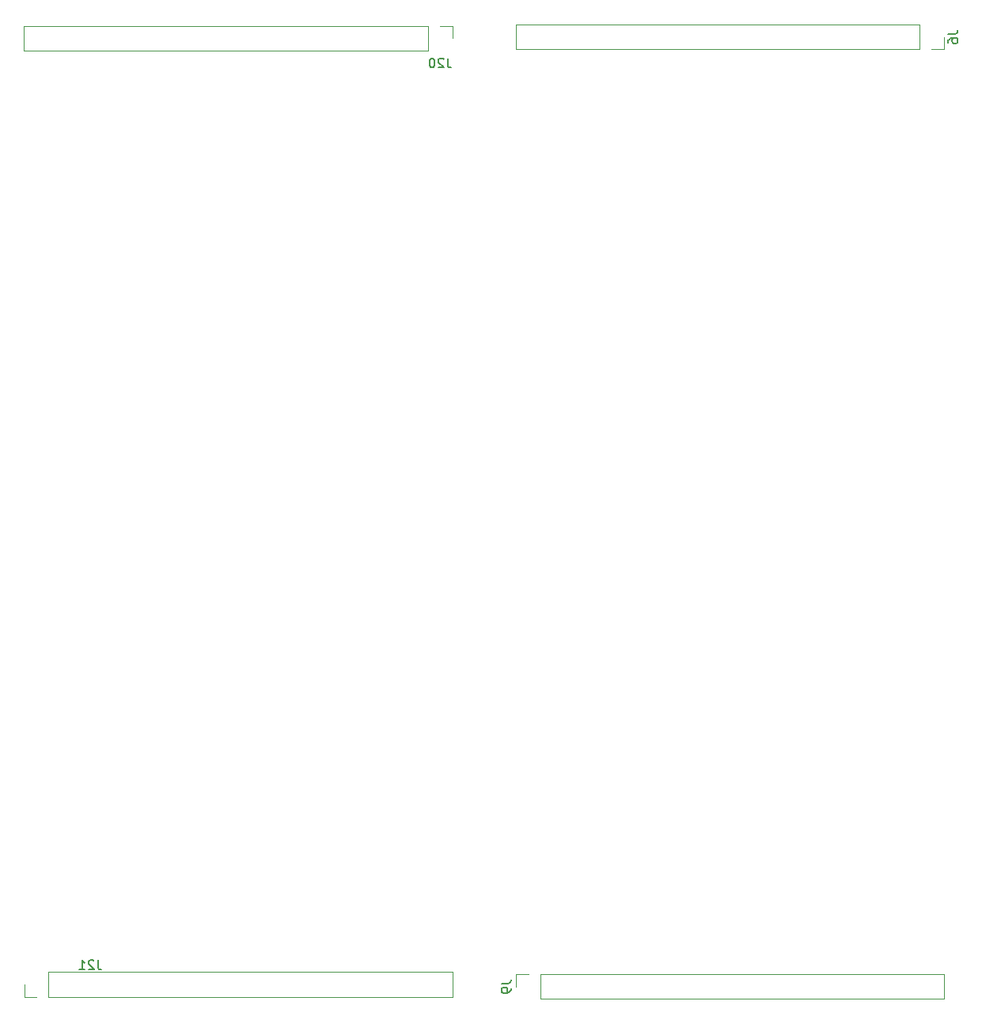
<source format=gbo>
%TF.GenerationSoftware,KiCad,Pcbnew,(6.0.0-0)*%
%TF.CreationDate,2022-09-18T01:10:03-04:00*%
%TF.ProjectId,daisy_hardware_v1,64616973-795f-4686-9172-64776172655f,rev?*%
%TF.SameCoordinates,Original*%
%TF.FileFunction,Legend,Bot*%
%TF.FilePolarity,Positive*%
%FSLAX46Y46*%
G04 Gerber Fmt 4.6, Leading zero omitted, Abs format (unit mm)*
G04 Created by KiCad (PCBNEW (6.0.0-0)) date 2022-09-18 01:10:03*
%MOMM*%
%LPD*%
G01*
G04 APERTURE LIST*
%ADD10C,0.150000*%
%ADD11C,0.120000*%
%ADD12O,2.216000X1.108000*%
%ADD13O,2.016000X1.008000*%
%ADD14R,1.700000X1.700000*%
%ADD15O,1.700000X1.700000*%
%ADD16C,3.240000*%
%ADD17R,1.800000X1.800000*%
%ADD18C,1.800000*%
%ADD19C,1.524000*%
%ADD20R,2.300000X1.500000*%
%ADD21O,2.300000X1.500000*%
G04 APERTURE END LIST*
D10*
%TO.C,J21*%
X45513523Y-373594380D02*
X45513523Y-374308666D01*
X45561142Y-374451523D01*
X45656380Y-374546761D01*
X45799238Y-374594380D01*
X45894476Y-374594380D01*
X45084952Y-373689619D02*
X45037333Y-373642000D01*
X44942095Y-373594380D01*
X44704000Y-373594380D01*
X44608761Y-373642000D01*
X44561142Y-373689619D01*
X44513523Y-373784857D01*
X44513523Y-373880095D01*
X44561142Y-374022952D01*
X45132571Y-374594380D01*
X44513523Y-374594380D01*
X43561142Y-374594380D02*
X44132571Y-374594380D01*
X43846857Y-374594380D02*
X43846857Y-373594380D01*
X43942095Y-373737238D01*
X44037333Y-373832476D01*
X44132571Y-373880095D01*
%TO.C,J20*%
X82950923Y-277093980D02*
X82950923Y-277808266D01*
X82998542Y-277951123D01*
X83093780Y-278046361D01*
X83236638Y-278093980D01*
X83331876Y-278093980D01*
X82522352Y-277189219D02*
X82474733Y-277141600D01*
X82379495Y-277093980D01*
X82141400Y-277093980D01*
X82046161Y-277141600D01*
X81998542Y-277189219D01*
X81950923Y-277284457D01*
X81950923Y-277379695D01*
X81998542Y-277522552D01*
X82569971Y-278093980D01*
X81950923Y-278093980D01*
X81331876Y-277093980D02*
X81236638Y-277093980D01*
X81141400Y-277141600D01*
X81093780Y-277189219D01*
X81046161Y-277284457D01*
X80998542Y-277474933D01*
X80998542Y-277713028D01*
X81046161Y-277903504D01*
X81093780Y-277998742D01*
X81141400Y-278046361D01*
X81236638Y-278093980D01*
X81331876Y-278093980D01*
X81427114Y-278046361D01*
X81474733Y-277998742D01*
X81522352Y-277903504D01*
X81569971Y-277713028D01*
X81569971Y-277474933D01*
X81522352Y-277284457D01*
X81474733Y-277189219D01*
X81427114Y-277141600D01*
X81331876Y-277093980D01*
%TO.C,J9*%
X88714780Y-376094666D02*
X89429066Y-376094666D01*
X89571923Y-376047047D01*
X89667161Y-375951809D01*
X89714780Y-375808952D01*
X89714780Y-375713714D01*
X89714780Y-376618476D02*
X89714780Y-376808952D01*
X89667161Y-376904190D01*
X89619542Y-376951809D01*
X89476685Y-377047047D01*
X89286209Y-377094666D01*
X88905257Y-377094666D01*
X88810019Y-377047047D01*
X88762400Y-376999428D01*
X88714780Y-376904190D01*
X88714780Y-376713714D01*
X88762400Y-376618476D01*
X88810019Y-376570857D01*
X88905257Y-376523238D01*
X89143352Y-376523238D01*
X89238590Y-376570857D01*
X89286209Y-376618476D01*
X89333828Y-376713714D01*
X89333828Y-376904190D01*
X89286209Y-376999428D01*
X89238590Y-377047047D01*
X89143352Y-377094666D01*
%TO.C,J6*%
X136524780Y-274494666D02*
X137239066Y-274494666D01*
X137381923Y-274447047D01*
X137477161Y-274351809D01*
X137524780Y-274208952D01*
X137524780Y-274113714D01*
X136524780Y-275399428D02*
X136524780Y-275208952D01*
X136572400Y-275113714D01*
X136620019Y-275066095D01*
X136762876Y-274970857D01*
X136953352Y-274923238D01*
X137334304Y-274923238D01*
X137429542Y-274970857D01*
X137477161Y-275018476D01*
X137524780Y-275113714D01*
X137524780Y-275304190D01*
X137477161Y-275399428D01*
X137429542Y-275447047D01*
X137334304Y-275494666D01*
X137096209Y-275494666D01*
X137000971Y-275447047D01*
X136953352Y-275399428D01*
X136905733Y-275304190D01*
X136905733Y-275113714D01*
X136953352Y-275018476D01*
X137000971Y-274970857D01*
X137096209Y-274923238D01*
D11*
%TO.C,J21*%
X40246400Y-374863600D02*
X40246400Y-377523600D01*
X83486400Y-374863600D02*
X83486400Y-377523600D01*
X40246400Y-374863600D02*
X83486400Y-374863600D01*
X37646400Y-377523600D02*
X38976400Y-377523600D01*
X40246400Y-377523600D02*
X83486400Y-377523600D01*
X37646400Y-376193600D02*
X37646400Y-377523600D01*
%TO.C,J20*%
X80856400Y-276305000D02*
X80856400Y-273645000D01*
X83456400Y-274975000D02*
X83456400Y-273645000D01*
X80856400Y-276305000D02*
X37616400Y-276305000D01*
X83456400Y-273645000D02*
X82126400Y-273645000D01*
X37616400Y-276305000D02*
X37616400Y-273645000D01*
X80856400Y-273645000D02*
X37616400Y-273645000D01*
%TO.C,J9*%
X92862400Y-375098000D02*
X92862400Y-377758000D01*
X91592400Y-375098000D02*
X90262400Y-375098000D01*
X92862400Y-377758000D02*
X136102400Y-377758000D01*
X92862400Y-375098000D02*
X136102400Y-375098000D01*
X90262400Y-375098000D02*
X90262400Y-376428000D01*
X136102400Y-375098000D02*
X136102400Y-377758000D01*
%TO.C,J6*%
X133472400Y-276158000D02*
X133472400Y-273498000D01*
X133472400Y-273498000D02*
X90232400Y-273498000D01*
X136072400Y-276158000D02*
X136072400Y-274828000D01*
X134742400Y-276158000D02*
X136072400Y-276158000D01*
X90232400Y-276158000D02*
X90232400Y-273498000D01*
X133472400Y-276158000D02*
X90232400Y-276158000D01*
%TD*%
%LPC*%
D12*
%TO.C,J13*%
X107870333Y-294079999D03*
X107870333Y-297179999D03*
D13*
X107870333Y-305479999D03*
%TD*%
D12*
%TO.C,J15*%
X118443666Y-278244000D03*
X118443666Y-281344000D03*
D13*
X118443666Y-289644000D03*
%TD*%
D14*
%TO.C,J1*%
X39820000Y-306960000D03*
D15*
X42360000Y-306960000D03*
X39820000Y-309500000D03*
X42360000Y-309500000D03*
X39820000Y-312040000D03*
X42360000Y-312040000D03*
X39820000Y-314580000D03*
X42360000Y-314580000D03*
X39820000Y-317120000D03*
X42360000Y-317120000D03*
X39820000Y-319660000D03*
X42360000Y-319660000D03*
X39820000Y-322200000D03*
X42360000Y-322200000D03*
X39820000Y-324740000D03*
X42360000Y-324740000D03*
%TD*%
D12*
%TO.C,J14*%
X107870333Y-309915998D03*
X107870333Y-313015998D03*
D13*
X107870333Y-321315998D03*
%TD*%
D16*
%TO.C,RV1*%
X135737000Y-285874000D03*
X126137000Y-285874000D03*
D17*
X133437000Y-278374000D03*
D18*
X130937000Y-278374000D03*
X128437000Y-278374000D03*
%TD*%
D17*
%TO.C,D1*%
X91960000Y-342900000D03*
D18*
X94500000Y-342900000D03*
%TD*%
D12*
%TO.C,J10*%
X119718666Y-347215000D03*
X119718666Y-350315000D03*
D13*
X119718666Y-358615000D03*
%TD*%
D16*
%TO.C,RV3*%
X100177000Y-317546000D03*
X90577000Y-317546000D03*
D17*
X97877000Y-310046000D03*
D18*
X95377000Y-310046000D03*
X92877000Y-310046000D03*
%TD*%
D16*
%TO.C,RV5*%
X100177000Y-301710000D03*
X90577000Y-301710000D03*
D17*
X97877000Y-294210000D03*
D18*
X95377000Y-294210000D03*
X92877000Y-294210000D03*
%TD*%
D12*
%TO.C,J3*%
X93980000Y-361312000D03*
X93980000Y-364412000D03*
D13*
X93980000Y-372712000D03*
%TD*%
D12*
%TO.C,J18*%
X107870333Y-325751998D03*
X107870333Y-328851998D03*
D13*
X107870333Y-337151998D03*
%TD*%
D16*
%TO.C,RV2*%
X135737000Y-301710000D03*
X126137000Y-301710000D03*
D17*
X133437000Y-294210000D03*
D18*
X130937000Y-294210000D03*
X128437000Y-294210000D03*
%TD*%
D12*
%TO.C,J12*%
X107870333Y-278244000D03*
X107870333Y-281344000D03*
D13*
X107870333Y-289644000D03*
%TD*%
D12*
%TO.C,J16*%
X118443666Y-294080000D03*
X118443666Y-297180000D03*
D13*
X118443666Y-305480000D03*
%TD*%
D12*
%TO.C,J17*%
X118443666Y-309916000D03*
X118443666Y-313016000D03*
D13*
X118443666Y-321316000D03*
%TD*%
D12*
%TO.C,J7*%
X93980000Y-347444500D03*
X93980000Y-350544500D03*
D13*
X93980000Y-358844500D03*
%TD*%
D12*
%TO.C,J4*%
X106849333Y-361312000D03*
X106849333Y-364412000D03*
D13*
X106849333Y-372712000D03*
%TD*%
D16*
%TO.C,RV4*%
X90577000Y-333382000D03*
X100177000Y-333382000D03*
D17*
X97877000Y-325882000D03*
D18*
X95377000Y-325882000D03*
X92877000Y-325882000D03*
%TD*%
D16*
%TO.C,RV7*%
X126137000Y-333382000D03*
X135737000Y-333382000D03*
D17*
X133437000Y-325882000D03*
D18*
X130937000Y-325882000D03*
X128437000Y-325882000D03*
%TD*%
D12*
%TO.C,J2*%
X119718666Y-361312000D03*
X119718666Y-364412000D03*
D13*
X119718666Y-372712000D03*
%TD*%
D19*
%TO.C,SW1*%
X99960000Y-342900000D03*
X102500000Y-342900000D03*
X105040000Y-342900000D03*
%TD*%
D12*
%TO.C,J19*%
X118443666Y-325752000D03*
X118443666Y-328852000D03*
D13*
X118443666Y-337152000D03*
%TD*%
D12*
%TO.C,J11*%
X132588000Y-347215000D03*
X132588000Y-350315000D03*
D13*
X132588000Y-358615000D03*
%TD*%
D16*
%TO.C,RV8*%
X100177000Y-285874000D03*
X90577000Y-285874000D03*
D17*
X97877000Y-278374000D03*
D18*
X95377000Y-278374000D03*
X92877000Y-278374000D03*
%TD*%
D12*
%TO.C,J8*%
X106849333Y-347215000D03*
X106849333Y-350315000D03*
D13*
X106849333Y-358615000D03*
%TD*%
D16*
%TO.C,RV6*%
X126137000Y-317546000D03*
X135737000Y-317546000D03*
D17*
X133437000Y-310046000D03*
D18*
X130937000Y-310046000D03*
X128437000Y-310046000D03*
%TD*%
D12*
%TO.C,J5*%
X132588000Y-361312000D03*
X132588000Y-364412000D03*
D13*
X132588000Y-372712000D03*
%TD*%
D17*
%TO.C,D2*%
X134100000Y-342646000D03*
D18*
X131560000Y-342646000D03*
%TD*%
D20*
%TO.C,U9*%
X39586000Y-337128400D03*
D21*
X39586000Y-339668400D03*
X39586000Y-342208400D03*
%TD*%
D19*
%TO.C,U1*%
X64830000Y-315232000D03*
X64830000Y-317772000D03*
X64830000Y-320312000D03*
X64830000Y-322852000D03*
X64830000Y-325392000D03*
X64830000Y-327932000D03*
X64830000Y-330472000D03*
X64830000Y-333012000D03*
X64830000Y-335552000D03*
X64830000Y-338092000D03*
X64830000Y-340632000D03*
X64830000Y-343172000D03*
X64830000Y-345712000D03*
X64830000Y-348252000D03*
X64830000Y-350792000D03*
X64830000Y-353332000D03*
X64830000Y-355872000D03*
X64830000Y-358412000D03*
X64830000Y-360952000D03*
X64830000Y-363492000D03*
X80070000Y-363492000D03*
X80070000Y-360952000D03*
X80070000Y-358412000D03*
X80070000Y-355872000D03*
X80070000Y-353332000D03*
X80070000Y-350792000D03*
X80070000Y-348252000D03*
X80070000Y-345712000D03*
X80070000Y-343172000D03*
X80070000Y-340632000D03*
X80070000Y-338092000D03*
X80070000Y-335552000D03*
X80070000Y-333012000D03*
X80070000Y-330472000D03*
X80070000Y-327932000D03*
X80070000Y-325392000D03*
X80070000Y-322852000D03*
X80070000Y-320312000D03*
X80070000Y-317772000D03*
X80070000Y-315232000D03*
%TD*%
%TO.C,SW2*%
X126040000Y-342900000D03*
X123500000Y-342900000D03*
X120960000Y-342900000D03*
%TD*%
D14*
%TO.C,J21*%
X38976400Y-376193600D03*
D15*
X41516400Y-376193600D03*
X44056400Y-376193600D03*
X46596400Y-376193600D03*
X49136400Y-376193600D03*
X51676400Y-376193600D03*
X54216400Y-376193600D03*
X56756400Y-376193600D03*
X59296400Y-376193600D03*
X61836400Y-376193600D03*
X64376400Y-376193600D03*
X66916400Y-376193600D03*
X69456400Y-376193600D03*
X71996400Y-376193600D03*
X74536400Y-376193600D03*
X77076400Y-376193600D03*
X79616400Y-376193600D03*
X82156400Y-376193600D03*
%TD*%
D14*
%TO.C,J20*%
X82126400Y-274975000D03*
D15*
X79586400Y-274975000D03*
X77046400Y-274975000D03*
X74506400Y-274975000D03*
X71966400Y-274975000D03*
X69426400Y-274975000D03*
X66886400Y-274975000D03*
X64346400Y-274975000D03*
X61806400Y-274975000D03*
X59266400Y-274975000D03*
X56726400Y-274975000D03*
X54186400Y-274975000D03*
X51646400Y-274975000D03*
X49106400Y-274975000D03*
X46566400Y-274975000D03*
X44026400Y-274975000D03*
X41486400Y-274975000D03*
X38946400Y-274975000D03*
%TD*%
D14*
%TO.C,J9*%
X91592400Y-376428000D03*
D15*
X94132400Y-376428000D03*
X96672400Y-376428000D03*
X99212400Y-376428000D03*
X101752400Y-376428000D03*
X104292400Y-376428000D03*
X106832400Y-376428000D03*
X109372400Y-376428000D03*
X111912400Y-376428000D03*
X114452400Y-376428000D03*
X116992400Y-376428000D03*
X119532400Y-376428000D03*
X122072400Y-376428000D03*
X124612400Y-376428000D03*
X127152400Y-376428000D03*
X129692400Y-376428000D03*
X132232400Y-376428000D03*
X134772400Y-376428000D03*
%TD*%
D14*
%TO.C,J6*%
X134742400Y-274828000D03*
D15*
X132202400Y-274828000D03*
X129662400Y-274828000D03*
X127122400Y-274828000D03*
X124582400Y-274828000D03*
X122042400Y-274828000D03*
X119502400Y-274828000D03*
X116962400Y-274828000D03*
X114422400Y-274828000D03*
X111882400Y-274828000D03*
X109342400Y-274828000D03*
X106802400Y-274828000D03*
X104262400Y-274828000D03*
X101722400Y-274828000D03*
X99182400Y-274828000D03*
X96642400Y-274828000D03*
X94102400Y-274828000D03*
X91562400Y-274828000D03*
%TD*%
M02*

</source>
